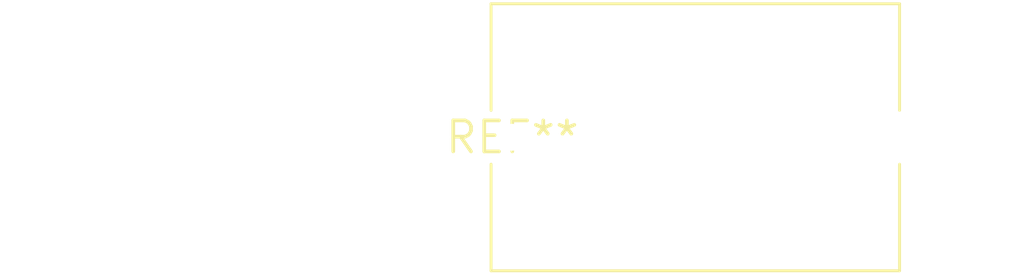
<source format=kicad_pcb>
(kicad_pcb (version 20240108) (generator pcbnew)
  (layers (0 "F.Cu" signal) (31 "B.Cu" signal) (34 "B.Paste" user) (35 "F.Paste" user) (36 "B.SilkS" user "B.Silkscreen") (37 "F.SilkS" user "F.Silkscreen") (38 "B.Mask" user) (39 "F.Mask" user) (44 "Edge.Cuts" user))
  (net 0 "")
  (footprint "C_Rect_L16.5mm_W10.7mm_P15.00mm_MKT" (layer "F.Cu") (at 0 0)
    (property "Reference" "REF**")
    (property "Value" "C_Rect_L16.5mm_W10.7mm_P15.00mm_MKT")
    (fp_line (start -0.87 -5.47) (end -0.87 -1.104) (layer "F.SilkS") (stroke (width 0.12)))
    (fp_line (start -0.87 -5.47) (end 15.87 -5.47) (layer "F.SilkS") (stroke (width 0.12)))
    (fp_line (start -0.87 1.104) (end -0.87 5.47) (layer "F.SilkS") (stroke (width 0.12)))
    (fp_line (start -0.87 5.47) (end 15.87 5.47) (layer "F.SilkS") (stroke (width 0.12)))
    (fp_line (start 15.87 -5.47) (end 15.87 -1.104) (layer "F.SilkS") (stroke (width 0.12)))
    (fp_line (start 15.87 1.104) (end 15.87 5.47) (layer "F.SilkS") (stroke (width 0.12)))
    (pad "1" thru_hole circle (at 0 0) (size 2.2 2.2) (drill 1.1) (layers *.Cu *.Mask) (remove_unused_layers))
    (pad "2" thru_hole circle (at 15 0) (size 2.2 2.2) (drill 1.1) (layers *.Cu *.Mask) (remove_unused_layers))
  )
)
</source>
